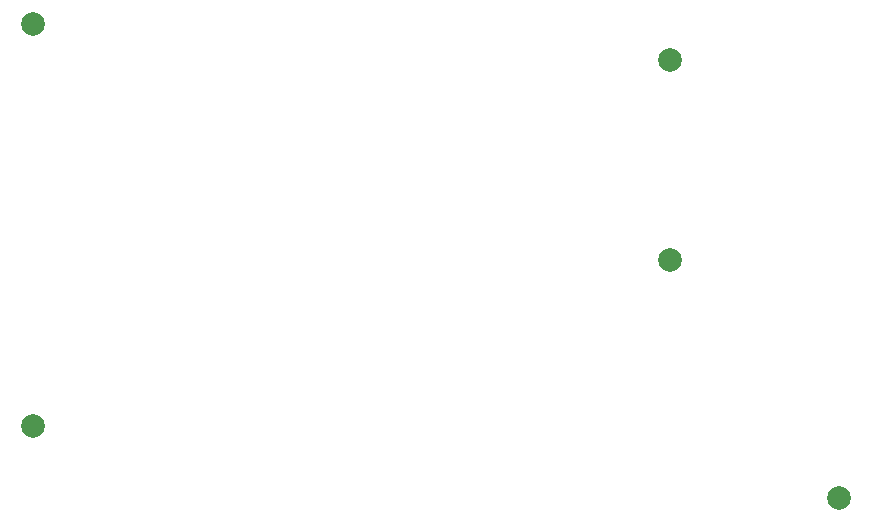
<source format=gtl>
G04 #@! TF.GenerationSoftware,KiCad,Pcbnew,7.0.2-0*
G04 #@! TF.CreationDate,2023-06-25T19:41:49+02:00*
G04 #@! TF.ProjectId,switch-plates,73776974-6368-42d7-906c-617465732e6b,0.6.0*
G04 #@! TF.SameCoordinates,Original*
G04 #@! TF.FileFunction,Copper,L1,Top*
G04 #@! TF.FilePolarity,Positive*
%FSLAX46Y46*%
G04 Gerber Fmt 4.6, Leading zero omitted, Abs format (unit mm)*
G04 Created by KiCad (PCBNEW 7.0.2-0) date 2023-06-25 19:41:49*
%MOMM*%
%LPD*%
G01*
G04 APERTURE LIST*
G04 #@! TA.AperFunction,ComponentPad*
%ADD10C,2.000000*%
G04 #@! TD*
G04 APERTURE END LIST*
D10*
X80250000Y-117750000D03*
X148510701Y-123849903D03*
X134250000Y-103750000D03*
X134228545Y-86750000D03*
X80250000Y-83750000D03*
M02*

</source>
